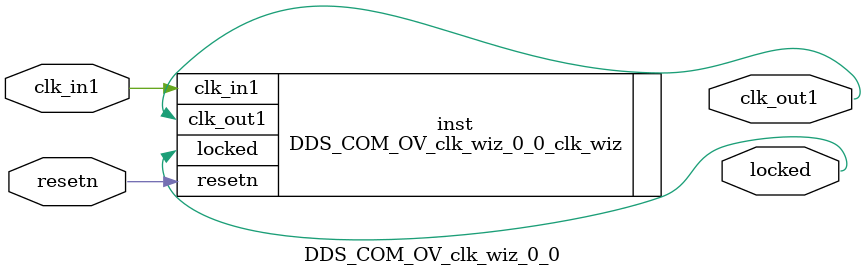
<source format=v>


`timescale 1ps/1ps

(* CORE_GENERATION_INFO = "DDS_COM_OV_clk_wiz_0_0,clk_wiz_v6_0_3_0_0,{component_name=DDS_COM_OV_clk_wiz_0_0,use_phase_alignment=true,use_min_o_jitter=true,use_max_i_jitter=false,use_dyn_phase_shift=false,use_inclk_switchover=false,use_dyn_reconfig=false,enable_axi=0,feedback_source=FDBK_AUTO,PRIMITIVE=MMCM,num_out_clk=1,clkin1_period=8.000,clkin2_period=10.000,use_power_down=false,use_reset=true,use_locked=true,use_inclk_stopped=false,feedback_type=SINGLE,CLOCK_MGR_TYPE=NA,manual_override=false}" *)

module DDS_COM_OV_clk_wiz_0_0 
 (
  // Clock out ports
  output        clk_out1,
  // Status and control signals
  input         resetn,
  output        locked,
 // Clock in ports
  input         clk_in1
 );

  DDS_COM_OV_clk_wiz_0_0_clk_wiz inst
  (
  // Clock out ports  
  .clk_out1(clk_out1),
  // Status and control signals               
  .resetn(resetn), 
  .locked(locked),
 // Clock in ports
  .clk_in1(clk_in1)
  );

endmodule

</source>
